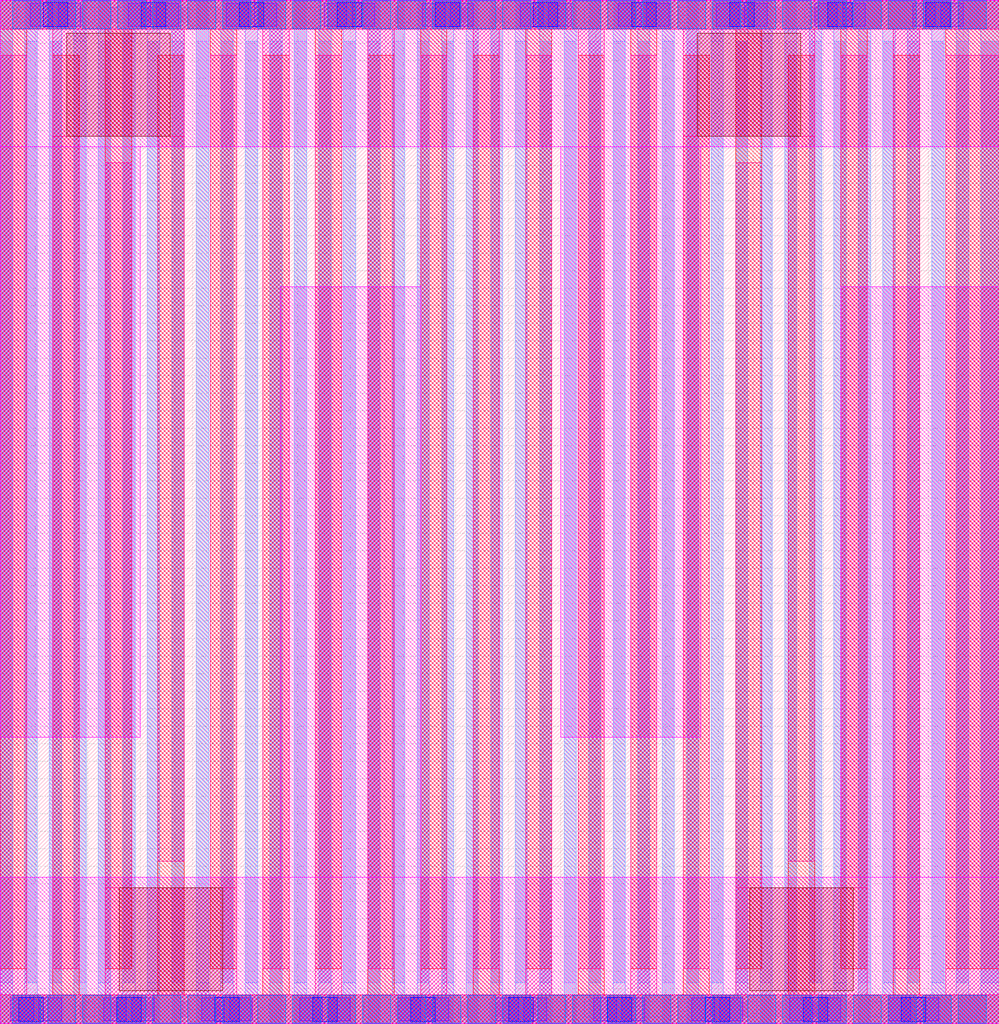
<source format=lef>
# Copyright 2020 The SkyWater PDK Authors
#
# Licensed under the Apache License, Version 2.0 (the "License");
# you may not use this file except in compliance with the License.
# You may obtain a copy of the License at
#
#     https://www.apache.org/licenses/LICENSE-2.0
#
# Unless required by applicable law or agreed to in writing, software
# distributed under the License is distributed on an "AS IS" BASIS,
# WITHOUT WARRANTIES OR CONDITIONS OF ANY KIND, either express or implied.
# See the License for the specific language governing permissions and
# limitations under the License.
#
# SPDX-License-Identifier: Apache-2.0

VERSION 5.7 ;
  NOWIREEXTENSIONATPIN ON ;
  DIVIDERCHAR "/" ;
  BUSBITCHARS "[]" ;
MACRO sky130_fd_pr__cap_vpp_11p5x11p7_pol1m1m2m3m4m5_noshield
  CLASS BLOCK ;
  FOREIGN sky130_fd_pr__cap_vpp_11p5x11p7_pol1m1m2m3m4m5_noshield ;
  ORIGIN  0.000000  0.000000 ;
  SIZE  11.41000 BY  11.69000 ;
  OBS
    LAYER li1 ;
      RECT  0.000000  0.000000 11.410000  0.330000 ;
      RECT  0.000000  0.330000  0.140000 11.220000 ;
      RECT  0.000000 11.360000 11.410000 11.690000 ;
      RECT  0.280000  0.470000  0.420000 11.360000 ;
      RECT  0.560000  0.330000  0.700000 11.220000 ;
      RECT  0.840000  0.470000  0.980000 11.360000 ;
      RECT  1.120000  0.330000  1.260000 11.220000 ;
      RECT  1.400000  0.470000  1.540000 11.360000 ;
      RECT  1.680000  0.330000  1.820000 11.220000 ;
      RECT  1.960000  0.470000  2.100000 11.360000 ;
      RECT  2.240000  0.330000  2.380000 11.220000 ;
      RECT  2.520000  0.470000  2.660000 11.360000 ;
      RECT  2.800000  0.330000  2.940000 11.220000 ;
      RECT  3.080000  0.470000  3.220000 11.360000 ;
      RECT  3.360000  0.330000  3.500000 11.220000 ;
      RECT  3.640000  0.470000  3.780000 11.360000 ;
      RECT  3.920000  0.330000  4.060000 11.220000 ;
      RECT  4.200000  0.470000  4.340000 11.360000 ;
      RECT  4.480000  0.330000  4.620000 11.220000 ;
      RECT  4.760000  0.470000  4.900000 11.360000 ;
      RECT  5.040000  0.330000  5.180000 11.220000 ;
      RECT  5.320000  0.470000  5.460000 11.360000 ;
      RECT  5.600000  0.330000  5.740000 11.220000 ;
      RECT  5.880000  0.470000  6.020000 11.360000 ;
      RECT  6.160000  0.330000  6.300000 11.220000 ;
      RECT  6.440000  0.470000  6.580000 11.360000 ;
      RECT  6.720000  0.330000  6.860000 11.220000 ;
      RECT  7.000000  0.470000  7.140000 11.360000 ;
      RECT  7.280000  0.330000  7.420000 11.220000 ;
      RECT  7.560000  0.470000  7.700000 11.360000 ;
      RECT  7.840000  0.330000  7.980000 11.220000 ;
      RECT  8.120000  0.470000  8.260000 11.360000 ;
      RECT  8.400000  0.330000  8.540000 11.220000 ;
      RECT  8.680000  0.470000  8.820000 11.360000 ;
      RECT  8.960000  0.330000  9.100000 11.220000 ;
      RECT  9.240000  0.470000  9.380000 11.360000 ;
      RECT  9.520000  0.330000  9.660000 11.220000 ;
      RECT  9.800000  0.470000  9.940000 11.360000 ;
      RECT 10.080000  0.330000 10.220000 11.220000 ;
      RECT 10.360000  0.470000 10.500000 11.360000 ;
      RECT 10.640000  0.330000 10.780000 11.220000 ;
      RECT 10.920000  0.470000 11.060000 11.360000 ;
      RECT 11.200000  0.330000 11.410000 11.220000 ;
    LAYER mcon ;
      RECT  0.190000  0.080000  0.360000  0.250000 ;
      RECT  0.190000 11.440000  0.360000 11.610000 ;
      RECT  0.550000  0.080000  0.720000  0.250000 ;
      RECT  0.550000 11.440000  0.720000 11.610000 ;
      RECT  0.910000  0.080000  1.080000  0.250000 ;
      RECT  0.910000 11.440000  1.080000 11.610000 ;
      RECT  1.270000  0.080000  1.440000  0.250000 ;
      RECT  1.270000 11.440000  1.440000 11.610000 ;
      RECT  1.630000  0.080000  1.800000  0.250000 ;
      RECT  1.630000 11.440000  1.800000 11.610000 ;
      RECT  1.990000  0.080000  2.160000  0.250000 ;
      RECT  1.990000 11.440000  2.160000 11.610000 ;
      RECT  2.350000  0.080000  2.520000  0.250000 ;
      RECT  2.350000 11.440000  2.520000 11.610000 ;
      RECT  2.710000  0.080000  2.880000  0.250000 ;
      RECT  2.710000 11.440000  2.880000 11.610000 ;
      RECT  3.070000  0.080000  3.240000  0.250000 ;
      RECT  3.070000 11.440000  3.240000 11.610000 ;
      RECT  3.430000  0.080000  3.600000  0.250000 ;
      RECT  3.430000 11.440000  3.600000 11.610000 ;
      RECT  3.790000  0.080000  3.960000  0.250000 ;
      RECT  3.790000 11.440000  3.960000 11.610000 ;
      RECT  4.150000  0.080000  4.320000  0.250000 ;
      RECT  4.150000 11.440000  4.320000 11.610000 ;
      RECT  4.510000  0.080000  4.680000  0.250000 ;
      RECT  4.510000 11.440000  4.680000 11.610000 ;
      RECT  4.870000  0.080000  5.040000  0.250000 ;
      RECT  4.870000 11.440000  5.040000 11.610000 ;
      RECT  5.230000  0.080000  5.400000  0.250000 ;
      RECT  5.230000 11.440000  5.400000 11.610000 ;
      RECT  5.590000  0.080000  5.760000  0.250000 ;
      RECT  5.590000 11.440000  5.760000 11.610000 ;
      RECT  5.950000  0.080000  6.120000  0.250000 ;
      RECT  5.950000 11.440000  6.120000 11.610000 ;
      RECT  6.310000  0.080000  6.480000  0.250000 ;
      RECT  6.310000 11.440000  6.480000 11.610000 ;
      RECT  6.670000  0.080000  6.840000  0.250000 ;
      RECT  6.670000 11.440000  6.840000 11.610000 ;
      RECT  7.030000  0.080000  7.200000  0.250000 ;
      RECT  7.030000 11.440000  7.200000 11.610000 ;
      RECT  7.390000  0.080000  7.560000  0.250000 ;
      RECT  7.390000 11.440000  7.560000 11.610000 ;
      RECT  7.750000  0.080000  7.920000  0.250000 ;
      RECT  7.750000 11.440000  7.920000 11.610000 ;
      RECT  8.110000  0.080000  8.280000  0.250000 ;
      RECT  8.110000 11.440000  8.280000 11.610000 ;
      RECT  8.470000  0.080000  8.640000  0.250000 ;
      RECT  8.470000 11.440000  8.640000 11.610000 ;
      RECT  8.830000  0.080000  9.000000  0.250000 ;
      RECT  8.830000 11.440000  9.000000 11.610000 ;
      RECT  9.190000  0.080000  9.360000  0.250000 ;
      RECT  9.190000 11.440000  9.360000 11.610000 ;
      RECT  9.550000  0.080000  9.720000  0.250000 ;
      RECT  9.550000 11.440000  9.720000 11.610000 ;
      RECT  9.910000  0.080000 10.080000  0.250000 ;
      RECT  9.910000 11.440000 10.080000 11.610000 ;
      RECT 10.270000  0.080000 10.440000  0.250000 ;
      RECT 10.270000 11.440000 10.440000 11.610000 ;
      RECT 10.630000  0.080000 10.800000  0.250000 ;
      RECT 10.630000 11.440000 10.800000 11.610000 ;
      RECT 10.990000  0.080000 11.160000  0.250000 ;
      RECT 10.990000 11.440000 11.160000 11.610000 ;
    LAYER met1 ;
      RECT  0.000000  0.000000 11.410000  0.330000 ;
      RECT  0.000000  0.470000  0.140000 11.360000 ;
      RECT  0.000000 11.360000 11.410000 11.690000 ;
      RECT  0.280000  0.330000  0.420000 11.220000 ;
      RECT  0.560000  0.470000  0.700000 11.360000 ;
      RECT  0.840000  0.330000  0.980000 11.220000 ;
      RECT  1.120000  0.470000  1.260000 11.360000 ;
      RECT  1.400000  0.330000  1.540000 11.220000 ;
      RECT  1.680000  0.470000  1.820000 11.360000 ;
      RECT  1.960000  0.330000  2.100000 11.220000 ;
      RECT  2.240000  0.470000  2.380000 11.360000 ;
      RECT  2.520000  0.330000  2.660000 11.220000 ;
      RECT  2.800000  0.470000  2.940000 11.360000 ;
      RECT  3.080000  0.330000  3.220000 11.220000 ;
      RECT  3.360000  0.470000  3.500000 11.360000 ;
      RECT  3.640000  0.330000  3.780000 11.220000 ;
      RECT  3.920000  0.470000  4.060000 11.360000 ;
      RECT  4.200000  0.330000  4.340000 11.220000 ;
      RECT  4.480000  0.470000  4.620000 11.360000 ;
      RECT  4.760000  0.330000  4.900000 11.220000 ;
      RECT  5.040000  0.470000  5.180000 11.360000 ;
      RECT  5.320000  0.330000  5.460000 11.220000 ;
      RECT  5.600000  0.470000  5.740000 11.360000 ;
      RECT  5.880000  0.330000  6.020000 11.220000 ;
      RECT  6.160000  0.470000  6.300000 11.360000 ;
      RECT  6.440000  0.330000  6.580000 11.220000 ;
      RECT  6.720000  0.470000  6.860000 11.360000 ;
      RECT  7.000000  0.330000  7.140000 11.220000 ;
      RECT  7.280000  0.470000  7.420000 11.360000 ;
      RECT  7.560000  0.330000  7.700000 11.220000 ;
      RECT  7.840000  0.470000  7.980000 11.360000 ;
      RECT  8.120000  0.330000  8.260000 11.220000 ;
      RECT  8.400000  0.470000  8.540000 11.360000 ;
      RECT  8.680000  0.330000  8.820000 11.220000 ;
      RECT  8.960000  0.470000  9.100000 11.360000 ;
      RECT  9.240000  0.330000  9.380000 11.220000 ;
      RECT  9.520000  0.470000  9.660000 11.360000 ;
      RECT  9.800000  0.330000  9.940000 11.220000 ;
      RECT 10.080000  0.470000 10.220000 11.360000 ;
      RECT 10.360000  0.330000 10.500000 11.220000 ;
      RECT 10.640000  0.470000 10.780000 11.360000 ;
      RECT 10.920000  0.330000 11.060000 11.220000 ;
      RECT 11.200000  0.470000 11.410000 11.360000 ;
    LAYER met2 ;
      RECT  0.000000  0.000000  0.700000  0.330000 ;
      RECT  0.000000  0.330000  0.140000 11.690000 ;
      RECT  0.280000  0.470000  0.420000 11.360000 ;
      RECT  0.280000 11.360000  0.980000 11.690000 ;
      RECT  0.560000  0.330000  0.700000 11.220000 ;
      RECT  0.840000  0.000000  0.980000 11.360000 ;
      RECT  1.120000  0.000000  1.820000  0.330000 ;
      RECT  1.120000  0.330000  1.260000 11.690000 ;
      RECT  1.400000  0.470000  1.540000 11.360000 ;
      RECT  1.400000 11.360000  2.100000 11.690000 ;
      RECT  1.680000  0.330000  1.820000 11.220000 ;
      RECT  1.960000  0.000000  2.100000 11.360000 ;
      RECT  2.240000  0.000000  2.940000  0.330000 ;
      RECT  2.240000  0.330000  2.380000 11.690000 ;
      RECT  2.520000  0.470000  2.660000 11.360000 ;
      RECT  2.520000 11.360000  3.220000 11.690000 ;
      RECT  2.800000  0.330000  2.940000 11.220000 ;
      RECT  3.080000  0.000000  3.220000 11.360000 ;
      RECT  3.360000  0.000000  4.060000  0.330000 ;
      RECT  3.360000  0.330000  3.500000 11.690000 ;
      RECT  3.640000  0.470000  3.780000 11.360000 ;
      RECT  3.640000 11.360000  4.340000 11.690000 ;
      RECT  3.920000  0.330000  4.060000 11.220000 ;
      RECT  4.200000  0.000000  4.340000 11.360000 ;
      RECT  4.480000  0.000000  5.180000  0.330000 ;
      RECT  4.480000  0.330000  4.620000 11.690000 ;
      RECT  4.760000  0.470000  4.900000 11.360000 ;
      RECT  4.760000 11.360000  5.460000 11.690000 ;
      RECT  5.040000  0.330000  5.180000 11.220000 ;
      RECT  5.320000  0.000000  5.460000 11.360000 ;
      RECT  5.600000  0.000000  6.300000  0.330000 ;
      RECT  5.600000  0.330000  5.740000 11.690000 ;
      RECT  5.880000  0.470000  6.020000 11.360000 ;
      RECT  5.880000 11.360000  6.580000 11.690000 ;
      RECT  6.160000  0.330000  6.300000 11.220000 ;
      RECT  6.440000  0.000000  6.580000 11.360000 ;
      RECT  6.720000  0.000000  7.420000  0.330000 ;
      RECT  6.720000  0.330000  6.860000 11.690000 ;
      RECT  7.000000  0.470000  7.140000 11.360000 ;
      RECT  7.000000 11.360000  7.700000 11.690000 ;
      RECT  7.280000  0.330000  7.420000 11.220000 ;
      RECT  7.560000  0.000000  7.700000 11.360000 ;
      RECT  7.840000  0.000000  8.540000  0.330000 ;
      RECT  7.840000  0.330000  7.980000 11.690000 ;
      RECT  8.120000  0.470000  8.260000 11.360000 ;
      RECT  8.120000 11.360000  8.820000 11.690000 ;
      RECT  8.400000  0.330000  8.540000 11.220000 ;
      RECT  8.680000  0.000000  8.820000 11.360000 ;
      RECT  8.960000  0.000000  9.660000  0.330000 ;
      RECT  8.960000  0.330000  9.100000 11.690000 ;
      RECT  9.240000  0.470000  9.380000 11.360000 ;
      RECT  9.240000 11.360000 11.410000 11.690000 ;
      RECT  9.520000  0.330000  9.660000 11.220000 ;
      RECT  9.800000  0.000000  9.940000 11.360000 ;
      RECT 10.080000  0.000000 11.410000  0.330000 ;
      RECT 10.080000  0.330000 10.220000 11.220000 ;
      RECT 10.360000  0.470000 10.500000 11.360000 ;
      RECT 10.640000  0.330000 10.780000 11.220000 ;
      RECT 10.920000  0.470000 11.060000 11.360000 ;
      RECT 11.200000  0.330000 11.410000 11.220000 ;
    LAYER met3 ;
      RECT  0.000000  0.000000 11.410000  0.330000 ;
      RECT  0.000000  0.630000  0.300000 11.360000 ;
      RECT  0.000000 11.360000 11.410000 11.690000 ;
      RECT  0.600000  0.330000  0.900000 11.060000 ;
      RECT  1.200000  0.630000  1.500000 11.360000 ;
      RECT  1.800000  0.330000  2.100000 11.060000 ;
      RECT  2.400000  0.630000  2.700000 11.360000 ;
      RECT  3.000000  0.330000  3.300000 11.060000 ;
      RECT  3.600000  0.630000  3.900000 11.360000 ;
      RECT  4.200000  0.330000  4.500000 11.060000 ;
      RECT  4.800000  0.630000  5.100000 11.360000 ;
      RECT  5.400000  0.330000  5.700000 11.060000 ;
      RECT  6.000000  0.630000  6.300000 11.360000 ;
      RECT  6.600000  0.330000  6.900000 11.060000 ;
      RECT  7.200000  0.630000  7.500000 11.360000 ;
      RECT  7.800000  0.330000  8.100000 11.060000 ;
      RECT  8.400000  0.630000  8.700000 11.360000 ;
      RECT  9.000000  0.330000  9.300000 11.060000 ;
      RECT  9.600000  0.630000  9.900000 11.360000 ;
      RECT 10.200000  0.330000 10.500000 11.060000 ;
      RECT 10.800000  0.630000 11.410000 11.360000 ;
    LAYER met4 ;
      RECT  0.000000  0.000000 11.410000  0.330000 ;
      RECT  0.000000  0.330000  0.300000 11.060000 ;
      RECT  0.000000 11.360000 11.410000 11.690000 ;
      RECT  0.600000  0.630000  0.900000 10.135000 ;
      RECT  0.600000 10.135000  2.100000 11.360000 ;
      RECT  1.200000  0.330000  2.700000  1.555000 ;
      RECT  1.200000  1.555000  1.500000  9.835000 ;
      RECT  1.800000  1.855000  2.100000 10.135000 ;
      RECT  2.400000  1.555000  2.700000 11.060000 ;
      RECT  3.000000  0.630000  3.300000 11.360000 ;
      RECT  3.600000  0.330000  3.900000 11.060000 ;
      RECT  4.200000  0.630000  4.500000 11.360000 ;
      RECT  4.800000  0.330000  5.100000 11.060000 ;
      RECT  5.400000  0.630000  5.700000 11.360000 ;
      RECT  6.000000  0.330000  6.300000 11.060000 ;
      RECT  6.600000  0.630000  6.900000 11.360000 ;
      RECT  7.200000  0.330000  7.500000 11.060000 ;
      RECT  7.800000  0.630000  8.100000 10.135000 ;
      RECT  7.800000 10.135000  9.300000 11.360000 ;
      RECT  8.400000  0.330000  9.900000  1.555000 ;
      RECT  8.400000  1.555000  8.700000  9.835000 ;
      RECT  9.000000  1.855000  9.300000 10.135000 ;
      RECT  9.600000  1.555000  9.900000 11.060000 ;
      RECT 10.200000  0.630000 10.500000 11.360000 ;
      RECT 10.800000  0.330000 11.410000 11.060000 ;
    LAYER met5 ;
      RECT 0.000000  0.000000 11.410000  1.675000 ;
      RECT 0.000000  3.275000  1.600000 10.015000 ;
      RECT 0.000000 10.015000 11.410000 11.690000 ;
      RECT 3.200000  1.675000  4.800000  8.415000 ;
      RECT 6.400000  3.275000  8.000000 10.015000 ;
      RECT 9.600000  1.675000 11.410000  8.415000 ;
    LAYER via ;
      RECT  0.120000  0.035000  0.380000  0.295000 ;
      RECT  0.340000 11.395000  0.600000 11.655000 ;
      RECT  0.440000  0.035000  0.700000  0.295000 ;
      RECT  0.660000 11.395000  0.920000 11.655000 ;
      RECT  1.180000  0.035000  1.440000  0.295000 ;
      RECT  1.460000 11.395000  1.720000 11.655000 ;
      RECT  1.500000  0.035000  1.760000  0.295000 ;
      RECT  1.780000 11.395000  2.040000 11.655000 ;
      RECT  2.300000  0.035000  2.560000  0.295000 ;
      RECT  2.580000 11.395000  2.840000 11.655000 ;
      RECT  2.620000  0.035000  2.880000  0.295000 ;
      RECT  2.900000 11.395000  3.160000 11.655000 ;
      RECT  3.420000  0.035000  3.680000  0.295000 ;
      RECT  3.700000 11.395000  3.960000 11.655000 ;
      RECT  3.740000  0.035000  4.000000  0.295000 ;
      RECT  4.020000 11.395000  4.280000 11.655000 ;
      RECT  4.540000  0.035000  4.800000  0.295000 ;
      RECT  4.820000 11.395000  5.080000 11.655000 ;
      RECT  4.860000  0.035000  5.120000  0.295000 ;
      RECT  5.140000 11.395000  5.400000 11.655000 ;
      RECT  5.660000  0.035000  5.920000  0.295000 ;
      RECT  5.940000 11.395000  6.200000 11.655000 ;
      RECT  5.980000  0.035000  6.240000  0.295000 ;
      RECT  6.260000 11.395000  6.520000 11.655000 ;
      RECT  6.780000  0.035000  7.040000  0.295000 ;
      RECT  7.060000 11.395000  7.320000 11.655000 ;
      RECT  7.100000  0.035000  7.360000  0.295000 ;
      RECT  7.380000 11.395000  7.640000 11.655000 ;
      RECT  7.900000  0.035000  8.160000  0.295000 ;
      RECT  8.180000 11.395000  8.440000 11.655000 ;
      RECT  8.220000  0.035000  8.480000  0.295000 ;
      RECT  8.500000 11.395000  8.760000 11.655000 ;
      RECT  9.020000  0.035000  9.280000  0.295000 ;
      RECT  9.300000 11.395000  9.560000 11.655000 ;
      RECT  9.340000  0.035000  9.600000  0.295000 ;
      RECT  9.620000 11.395000  9.880000 11.655000 ;
      RECT 10.140000  0.035000 10.400000  0.295000 ;
      RECT 10.420000 11.395000 10.680000 11.655000 ;
      RECT 10.460000  0.035000 10.720000  0.295000 ;
      RECT 10.740000 11.395000 11.000000 11.655000 ;
    LAYER via2 ;
      RECT  0.210000  0.025000  0.490000  0.305000 ;
      RECT  0.490000 11.385000  0.770000 11.665000 ;
      RECT  1.330000  0.025000  1.610000  0.305000 ;
      RECT  1.610000 11.385000  1.890000 11.665000 ;
      RECT  2.450000  0.025000  2.730000  0.305000 ;
      RECT  2.730000 11.385000  3.010000 11.665000 ;
      RECT  3.570000  0.025000  3.850000  0.305000 ;
      RECT  3.850000 11.385000  4.130000 11.665000 ;
      RECT  4.690000  0.025000  4.970000  0.305000 ;
      RECT  4.970000 11.385000  5.250000 11.665000 ;
      RECT  5.810000  0.025000  6.090000  0.305000 ;
      RECT  6.090000 11.385000  6.370000 11.665000 ;
      RECT  6.930000  0.025000  7.210000  0.305000 ;
      RECT  7.210000 11.385000  7.490000 11.665000 ;
      RECT  8.050000  0.025000  8.330000  0.305000 ;
      RECT  8.330000 11.385000  8.610000 11.665000 ;
      RECT  9.170000  0.025000  9.450000  0.305000 ;
      RECT  9.450000 11.385000  9.730000 11.665000 ;
      RECT 10.290000  0.025000 10.570000  0.305000 ;
      RECT 10.570000 11.385000 10.850000 11.665000 ;
    LAYER via3 ;
      RECT  0.140000  0.005000  0.460000  0.325000 ;
      RECT  0.140000 11.365000  0.460000 11.685000 ;
      RECT  0.540000  0.005000  0.860000  0.325000 ;
      RECT  0.540000 11.365000  0.860000 11.685000 ;
      RECT  0.940000  0.005000  1.260000  0.325000 ;
      RECT  0.940000 11.365000  1.260000 11.685000 ;
      RECT  1.340000  0.005000  1.660000  0.325000 ;
      RECT  1.340000 11.365000  1.660000 11.685000 ;
      RECT  1.740000  0.005000  2.060000  0.325000 ;
      RECT  1.740000 11.365000  2.060000 11.685000 ;
      RECT  2.140000  0.005000  2.460000  0.325000 ;
      RECT  2.140000 11.365000  2.460000 11.685000 ;
      RECT  2.540000  0.005000  2.860000  0.325000 ;
      RECT  2.540000 11.365000  2.860000 11.685000 ;
      RECT  2.940000  0.005000  3.260000  0.325000 ;
      RECT  2.940000 11.365000  3.260000 11.685000 ;
      RECT  3.340000  0.005000  3.660000  0.325000 ;
      RECT  3.340000 11.365000  3.660000 11.685000 ;
      RECT  3.740000  0.005000  4.060000  0.325000 ;
      RECT  3.740000 11.365000  4.060000 11.685000 ;
      RECT  4.140000  0.005000  4.460000  0.325000 ;
      RECT  4.140000 11.365000  4.460000 11.685000 ;
      RECT  4.540000  0.005000  4.860000  0.325000 ;
      RECT  4.540000 11.365000  4.860000 11.685000 ;
      RECT  4.940000  0.005000  5.260000  0.325000 ;
      RECT  4.940000 11.365000  5.260000 11.685000 ;
      RECT  5.340000  0.005000  5.660000  0.325000 ;
      RECT  5.340000 11.365000  5.660000 11.685000 ;
      RECT  5.740000  0.005000  6.060000  0.325000 ;
      RECT  5.740000 11.365000  6.060000 11.685000 ;
      RECT  6.140000  0.005000  6.460000  0.325000 ;
      RECT  6.140000 11.365000  6.460000 11.685000 ;
      RECT  6.540000  0.005000  6.860000  0.325000 ;
      RECT  6.540000 11.365000  6.860000 11.685000 ;
      RECT  6.940000  0.005000  7.260000  0.325000 ;
      RECT  6.940000 11.365000  7.260000 11.685000 ;
      RECT  7.340000  0.005000  7.660000  0.325000 ;
      RECT  7.340000 11.365000  7.660000 11.685000 ;
      RECT  7.740000  0.005000  8.060000  0.325000 ;
      RECT  7.740000 11.365000  8.060000 11.685000 ;
      RECT  8.140000  0.005000  8.460000  0.325000 ;
      RECT  8.140000 11.365000  8.460000 11.685000 ;
      RECT  8.540000  0.005000  8.860000  0.325000 ;
      RECT  8.540000 11.365000  8.860000 11.685000 ;
      RECT  8.940000  0.005000  9.260000  0.325000 ;
      RECT  8.940000 11.365000  9.260000 11.685000 ;
      RECT  9.340000  0.005000  9.660000  0.325000 ;
      RECT  9.340000 11.365000  9.660000 11.685000 ;
      RECT  9.740000  0.005000 10.060000  0.325000 ;
      RECT  9.740000 11.365000 10.060000 11.685000 ;
      RECT 10.140000  0.005000 10.460000  0.325000 ;
      RECT 10.140000 11.365000 10.460000 11.685000 ;
      RECT 10.540000  0.005000 10.860000  0.325000 ;
      RECT 10.540000 11.365000 10.860000 11.685000 ;
      RECT 10.940000  0.005000 11.260000  0.325000 ;
      RECT 10.940000 11.365000 11.260000 11.685000 ;
    LAYER via4 ;
      RECT 0.760000 10.135000 1.940000 11.315000 ;
      RECT 1.360000  0.375000 2.540000  1.555000 ;
      RECT 7.960000 10.135000 9.140000 11.315000 ;
      RECT 8.560000  0.375000 9.740000  1.555000 ;
  END
END sky130_fd_pr__cap_vpp_11p5x11p7_pol1m1m2m3m4m5_noshield
END LIBRARY

</source>
